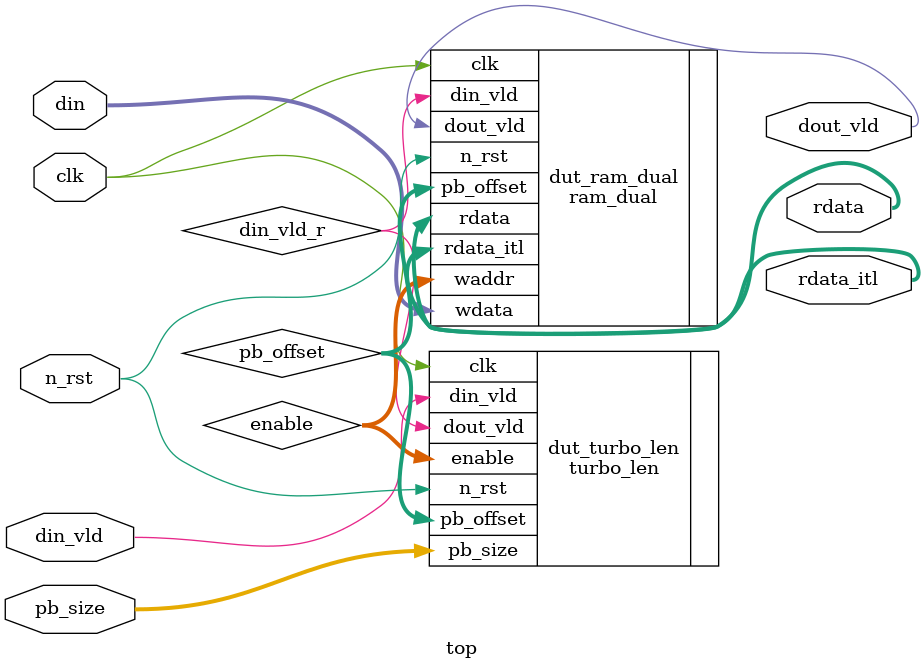
<source format=v>
`timescale 1ps/1ps
module top (
    input clk,
    input n_rst,
    input [1:0] pb_size,
    input [1:0] din,
    input din_vld,
    output [1:0] rdata,
    output [1:0] rdata_itl,
    //output rdata_ditl,
    output dout_vld
);
    wire [11:0] enable;
    wire [11:0] pb_offset;
    wire din_vld_r;

    ram_dual dut_ram_dual (
        .clk(clk),
        .n_rst(n_rst),
        .wdata(din),
        .waddr(enable),
        .pb_offset(pb_offset),
        .rdata(rdata),
        .rdata_itl(rdata_itl),
        //.rdata_ditl(rdata_ditl),
        .din_vld(din_vld_r),
        .dout_vld(dout_vld)
    );

    turbo_len dut_turbo_len (
        .clk(clk),
        .n_rst(n_rst),
        .din_vld(din_vld),
        .pb_size(pb_size),
        .enable(enable),
        .pb_offset(pb_offset),
        .dout_vld(din_vld_r)
    );

endmodule
</source>
